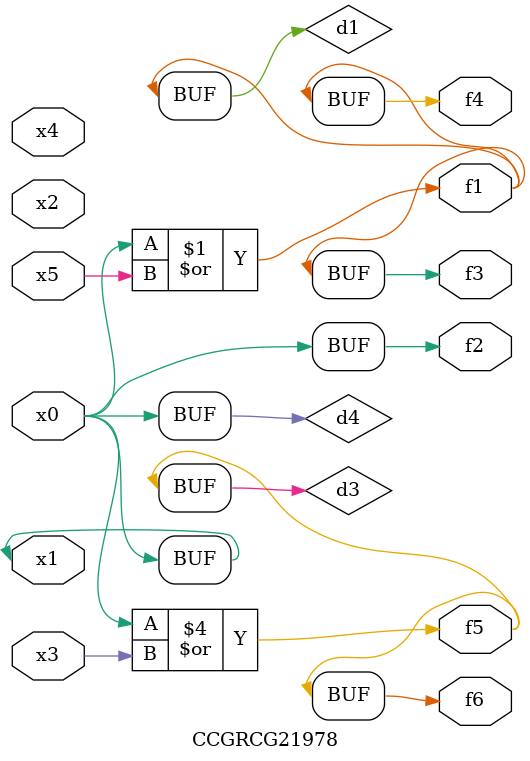
<source format=v>
module CCGRCG21978(
	input x0, x1, x2, x3, x4, x5,
	output f1, f2, f3, f4, f5, f6
);

	wire d1, d2, d3, d4;

	or (d1, x0, x5);
	xnor (d2, x1, x4);
	or (d3, x0, x3);
	buf (d4, x0, x1);
	assign f1 = d1;
	assign f2 = d4;
	assign f3 = d1;
	assign f4 = d1;
	assign f5 = d3;
	assign f6 = d3;
endmodule

</source>
